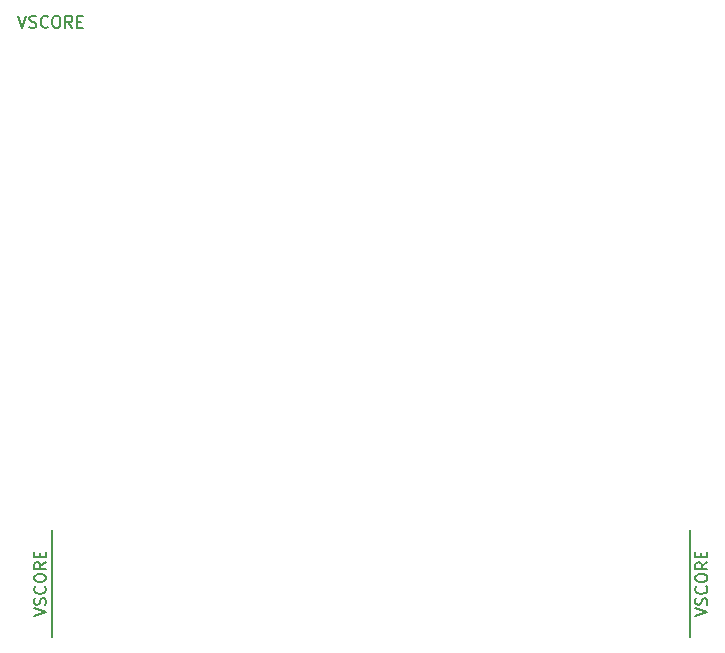
<source format=gbr>
%TF.GenerationSoftware,KiCad,Pcbnew,(5.1.12-1-10_14)*%
%TF.CreationDate,2021-12-01T14:47:09-05:00*%
%TF.ProjectId,blinky,626c696e-6b79-42e6-9b69-6361645f7063,rev?*%
%TF.SameCoordinates,Original*%
%TF.FileFunction,Other,ECO1*%
%FSLAX46Y46*%
G04 Gerber Fmt 4.6, Leading zero omitted, Abs format (unit mm)*
G04 Created by KiCad (PCBNEW (5.1.12-1-10_14)) date 2021-12-01 14:47:09*
%MOMM*%
%LPD*%
G01*
G04 APERTURE LIST*
%ADD10C,0.150000*%
G04 APERTURE END LIST*
D10*
X160114285Y-33952380D02*
X160447619Y-34952380D01*
X160780952Y-33952380D01*
X161066666Y-34904761D02*
X161209523Y-34952380D01*
X161447619Y-34952380D01*
X161542857Y-34904761D01*
X161590476Y-34857142D01*
X161638095Y-34761904D01*
X161638095Y-34666666D01*
X161590476Y-34571428D01*
X161542857Y-34523809D01*
X161447619Y-34476190D01*
X161257142Y-34428571D01*
X161161904Y-34380952D01*
X161114285Y-34333333D01*
X161066666Y-34238095D01*
X161066666Y-34142857D01*
X161114285Y-34047619D01*
X161161904Y-34000000D01*
X161257142Y-33952380D01*
X161495238Y-33952380D01*
X161638095Y-34000000D01*
X162638095Y-34857142D02*
X162590476Y-34904761D01*
X162447619Y-34952380D01*
X162352380Y-34952380D01*
X162209523Y-34904761D01*
X162114285Y-34809523D01*
X162066666Y-34714285D01*
X162019047Y-34523809D01*
X162019047Y-34380952D01*
X162066666Y-34190476D01*
X162114285Y-34095238D01*
X162209523Y-34000000D01*
X162352380Y-33952380D01*
X162447619Y-33952380D01*
X162590476Y-34000000D01*
X162638095Y-34047619D01*
X163257142Y-33952380D02*
X163447619Y-33952380D01*
X163542857Y-34000000D01*
X163638095Y-34095238D01*
X163685714Y-34285714D01*
X163685714Y-34619047D01*
X163638095Y-34809523D01*
X163542857Y-34904761D01*
X163447619Y-34952380D01*
X163257142Y-34952380D01*
X163161904Y-34904761D01*
X163066666Y-34809523D01*
X163019047Y-34619047D01*
X163019047Y-34285714D01*
X163066666Y-34095238D01*
X163161904Y-34000000D01*
X163257142Y-33952380D01*
X164685714Y-34952380D02*
X164352380Y-34476190D01*
X164114285Y-34952380D02*
X164114285Y-33952380D01*
X164495238Y-33952380D01*
X164590476Y-34000000D01*
X164638095Y-34047619D01*
X164685714Y-34142857D01*
X164685714Y-34285714D01*
X164638095Y-34380952D01*
X164590476Y-34428571D01*
X164495238Y-34476190D01*
X164114285Y-34476190D01*
X165114285Y-34428571D02*
X165447619Y-34428571D01*
X165590476Y-34952380D02*
X165114285Y-34952380D01*
X165114285Y-33952380D01*
X165590476Y-33952380D01*
X161452380Y-84785714D02*
X162452380Y-84452380D01*
X161452380Y-84119047D01*
X162404761Y-83833333D02*
X162452380Y-83690476D01*
X162452380Y-83452380D01*
X162404761Y-83357142D01*
X162357142Y-83309523D01*
X162261904Y-83261904D01*
X162166666Y-83261904D01*
X162071428Y-83309523D01*
X162023809Y-83357142D01*
X161976190Y-83452380D01*
X161928571Y-83642857D01*
X161880952Y-83738095D01*
X161833333Y-83785714D01*
X161738095Y-83833333D01*
X161642857Y-83833333D01*
X161547619Y-83785714D01*
X161500000Y-83738095D01*
X161452380Y-83642857D01*
X161452380Y-83404761D01*
X161500000Y-83261904D01*
X162357142Y-82261904D02*
X162404761Y-82309523D01*
X162452380Y-82452380D01*
X162452380Y-82547619D01*
X162404761Y-82690476D01*
X162309523Y-82785714D01*
X162214285Y-82833333D01*
X162023809Y-82880952D01*
X161880952Y-82880952D01*
X161690476Y-82833333D01*
X161595238Y-82785714D01*
X161500000Y-82690476D01*
X161452380Y-82547619D01*
X161452380Y-82452380D01*
X161500000Y-82309523D01*
X161547619Y-82261904D01*
X161452380Y-81642857D02*
X161452380Y-81452380D01*
X161500000Y-81357142D01*
X161595238Y-81261904D01*
X161785714Y-81214285D01*
X162119047Y-81214285D01*
X162309523Y-81261904D01*
X162404761Y-81357142D01*
X162452380Y-81452380D01*
X162452380Y-81642857D01*
X162404761Y-81738095D01*
X162309523Y-81833333D01*
X162119047Y-81880952D01*
X161785714Y-81880952D01*
X161595238Y-81833333D01*
X161500000Y-81738095D01*
X161452380Y-81642857D01*
X162452380Y-80214285D02*
X161976190Y-80547619D01*
X162452380Y-80785714D02*
X161452380Y-80785714D01*
X161452380Y-80404761D01*
X161500000Y-80309523D01*
X161547619Y-80261904D01*
X161642857Y-80214285D01*
X161785714Y-80214285D01*
X161880952Y-80261904D01*
X161928571Y-80309523D01*
X161976190Y-80404761D01*
X161976190Y-80785714D01*
X161928571Y-79785714D02*
X161928571Y-79452380D01*
X162452380Y-79309523D02*
X162452380Y-79785714D01*
X161452380Y-79785714D01*
X161452380Y-79309523D01*
X217452380Y-84785714D02*
X218452380Y-84452380D01*
X217452380Y-84119047D01*
X218404761Y-83833333D02*
X218452380Y-83690476D01*
X218452380Y-83452380D01*
X218404761Y-83357142D01*
X218357142Y-83309523D01*
X218261904Y-83261904D01*
X218166666Y-83261904D01*
X218071428Y-83309523D01*
X218023809Y-83357142D01*
X217976190Y-83452380D01*
X217928571Y-83642857D01*
X217880952Y-83738095D01*
X217833333Y-83785714D01*
X217738095Y-83833333D01*
X217642857Y-83833333D01*
X217547619Y-83785714D01*
X217500000Y-83738095D01*
X217452380Y-83642857D01*
X217452380Y-83404761D01*
X217500000Y-83261904D01*
X218357142Y-82261904D02*
X218404761Y-82309523D01*
X218452380Y-82452380D01*
X218452380Y-82547619D01*
X218404761Y-82690476D01*
X218309523Y-82785714D01*
X218214285Y-82833333D01*
X218023809Y-82880952D01*
X217880952Y-82880952D01*
X217690476Y-82833333D01*
X217595238Y-82785714D01*
X217500000Y-82690476D01*
X217452380Y-82547619D01*
X217452380Y-82452380D01*
X217500000Y-82309523D01*
X217547619Y-82261904D01*
X217452380Y-81642857D02*
X217452380Y-81452380D01*
X217500000Y-81357142D01*
X217595238Y-81261904D01*
X217785714Y-81214285D01*
X218119047Y-81214285D01*
X218309523Y-81261904D01*
X218404761Y-81357142D01*
X218452380Y-81452380D01*
X218452380Y-81642857D01*
X218404761Y-81738095D01*
X218309523Y-81833333D01*
X218119047Y-81880952D01*
X217785714Y-81880952D01*
X217595238Y-81833333D01*
X217500000Y-81738095D01*
X217452380Y-81642857D01*
X218452380Y-80214285D02*
X217976190Y-80547619D01*
X218452380Y-80785714D02*
X217452380Y-80785714D01*
X217452380Y-80404761D01*
X217500000Y-80309523D01*
X217547619Y-80261904D01*
X217642857Y-80214285D01*
X217785714Y-80214285D01*
X217880952Y-80261904D01*
X217928571Y-80309523D01*
X217976190Y-80404761D01*
X217976190Y-80785714D01*
X217928571Y-79785714D02*
X217928571Y-79452380D01*
X218452380Y-79309523D02*
X218452380Y-79785714D01*
X217452380Y-79785714D01*
X217452380Y-79309523D01*
X163000000Y-77500000D02*
X163000000Y-86500000D01*
X217000000Y-77500000D02*
X217000000Y-86500000D01*
M02*

</source>
